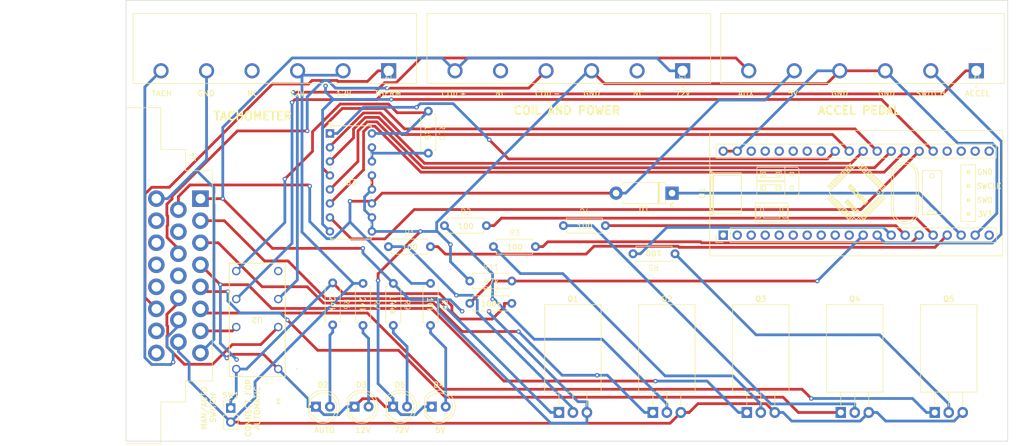
<source format=kicad_pcb>
(kicad_pcb (version 20221018) (generator pcbnew)
  (layers (0 "F.Cu" signal) (31 "B.Cu" signal) (34 "B.Paste" user) (35 "F.Paste" user) (36 "B.SilkS" user "B.Silkscreen") (37 "F.SilkS" user "F.Silkscreen") (38 "B.Mask" user) (39 "F.Mask" user) (44 "Edge.Cuts" user))
  (net 0 "")
  (net 1 "Net-(D1-K)")
  (net 2 "+5V")
  (net 3 "ACCEL_MAN")
  (net 4 "START_SWITCH_NEG_MAN")
  (net 5 "GND")
  (net 6 "ACCEL_AUX_MAN")
  (net 7 "+BATT")
  (net 9 "COIL_CONTROL_GND")
  (net 11 "THERMOSTAT")
  (net 12 "+12V")
  (net 14 "TACH_PULSE")
  (net 15 "KEYSWITCH")
  (net 16 "START_SWITCH")
  (net 17 "FORWARD_SWITCH")
  (net 18 "REVERSE_SWITCH")
  (net 19 "TURF_SWITCH")
  (net 20 "ACCEL_POT")
  (net 21 "REVERSE_ALARM")
  (net 23 "ACCEL_POT_AUX")
  (net 28 "RX")
  (net 29 "TX")
  (net 30 "Net-(Q1-G)")
  (net 31 "Net-(Q2-G)")
  (net 32 "Net-(Q3-G)")
  (net 33 "Net-(Q4-G)")
  (net 34 "Net-(Q5-G)")
  (net 35 "MCU_KEYSWITCH")
  (net 36 "MCU_START")
  (net 37 "MCU_FORWARD")
  (net 38 "MCU_REVERSE")
  (net 39 "MCU_TURF")
  (net 50 "MAN_AUTO_STATE")
  (net 56 "/AUTO_MAN_LED_A")
  (net 57 "/12V_LED_A")
  (net 58 "/5V_LED_A")
  (net 59 "/72V_LED_A")
  (net 60 "Net-(U3-VOUTSENSEA)")
  (net 61 "Net-(U1-PA0)")
  (net 62 "Net-(U1-PA1)")
  (net 63 "Net-(U1-PA2)")
  (net 70 "Net-(U1-PA3)")
  (net 71 "ACCEL_AUTO")
  (net 72 "Net-(SW1-A)")
  (net 73 "Net-(U1-PA4)")
  (net 74 "Net-(U1-PA5)")
  (net 75 "Net-(U1-PA6)")
  (net 76 "Net-(U1-PA7)")
  (footprint "bridge:RELAY8_J104D2C12VDC.20S_CRS" (layer "F.Cu") (at 90.62 107.92 180)
    (fp_text reference "U2")
    (fp_text value "J104D2C12VDC.20S")
  )
  (footprint "bridge:THT_RESISTOR_WITH_VALUE" (layer "F.Cu") (at 105.9 96.25 -90)
    (fp_text reference "R7")
    (fp_text value "24k")
  )
  (footprint "bridge:THT_RESISTOR_WITH_VALUE" (layer "F.Cu") (at 129.25 96.1)
    (fp_text reference "R12")
    (fp_text value "100k")
  )
  (footprint "Package_TO_SOT_THT:TO-220-3_Horizontal_TabDown" (layer "F.Cu") (at 141.55 115.8)
    (fp_text reference "Q1")
    (fp_text value "PMOS")
  )
  (footprint "LED_THT:LED_D5.0mm" (layer "F.Cu") (at 104.475 114.75)
    (fp_text reference "D3")
    (fp_text value "GREEN")
  )
  (footprint "LED_THT:LED_D5.0mm" (layer "F.Cu") (at 97.46 114.75)
    (fp_text reference "D2")
    (fp_text value "GREEN")
  )
  (footprint "bridge:THT_RESISTOR_WITH_VALUE" (layer "F.Cu") (at 124.65 82)
    (fp_text reference "R2")
    (fp_text value "100")
  )
  (footprint "Package_TO_SOT_THT:TO-220-3_Horizontal_TabDown" (layer "F.Cu") (at 209.75 115.8)
    (fp_text reference "Q5")
    (fp_text value "PMOS")
  )
  (footprint "bridge:THT_RESISTOR_WITH_VALUE" (layer "F.Cu") (at 158.75 86.9 180)
    (fp_text reference "R5")
    (fp_text value "100")
  )
  (footprint "Package_TO_SOT_THT:TO-220-3_Horizontal_TabDown" (layer "F.Cu") (at 175.65 115.8)
    (fp_text reference "Q3")
    (fp_text value "PMOS")
  )
  (footprint "Diode_THT:D_DO-15_P10.16mm_Horizontal" (layer "F.Cu") (at 162.08 76 180)
    (fp_text reference "D1")
    (fp_text value "D")
  )
  (footprint "bridge:THT_RESISTOR_WITH_VALUE" (layer "F.Cu") (at 117.75 65 -90)
    (fp_text reference "R10")
    (fp_text value "1k5")
  )
  (footprint "bridge:TE_2-1437667-9" (layer "F.Cu") (at 164.106 53.7975 180)
    (fp_text reference "J2")
    (fp_text value "Screw_Terminal_01x06")
  )
  (footprint "bridge:THT_RESISTOR_WITH_VALUE" (layer "F.Cu") (at 100.4 96.15 -90)
    (fp_text reference "R6")
    (fp_text value "24k")
  )
  (footprint "bridge:AD557JN" (layer "F.Cu") (at 100 65.17)
    (fp_text reference "U3")
    (fp_text value "AD557JN")
  )
  (footprint "Connector_TE-Connectivity:TE_AMPSEAL_1-776087-x_3Rows_23_P0.4mm_Horizontal" (layer "F.Cu") (at 76.5 77 -90)
    (fp_text reference "J4")
    (fp_text value "Conn_01x23")
  )
  (footprint "bridge:THT_RESISTOR_WITH_VALUE" (layer "F.Cu") (at 114.49 85.81)
    (fp_text reference "R1")
    (fp_text value "100")
  )
  (footprint "bridge:THT_RESISTOR_WITH_VALUE" (layer "F.Cu") (at 133.54 85.81)
    (fp_text reference "R3")
    (fp_text value "100")
  )
  (footprint "LED_THT:LED_D5.0mm" (layer "F.Cu") (at 118.475 114.75)
    (fp_text reference "D4")
    (fp_text value "GREEN")
  )
  (footprint "bridge:TE_2-1437667-9" (layer "F.Cu") (at 217.406 53.7975 180)
    (fp_text reference "J1")
    (fp_text value "Screw_Terminal_01x06")
  )
  (footprint "bridge:THT_RESISTOR_WITH_VALUE" (layer "F.Cu") (at 129.25 92.05)
    (fp_text reference "R11")
    (fp_text value "47k")
  )
  (footprint "bridge:THT_RESISTOR_WITH_VALUE" (layer "F.Cu") (at 146.24 82)
    (fp_text reference "R4")
    (fp_text value "100")
  )
  (footprint "Package_TO_SOT_THT:TO-220-3_Horizontal_TabDown" (layer "F.Cu") (at 192.7 115.8)
    (fp_text reference "Q4")
    (fp_text value "PMOS")
  )
  (footprint "bridge:YAAJ_BluePill_1" (layer "F.Cu") (at 171.37 83.62 90)
    (fp_text reference "U1")
    (fp_text value "YAAJ_BluePill" hide)
  )
  (footprint "LED_THT:LED_D5.0mm" (layer "F.Cu") (at 111.46 114.75)
    (fp_text reference "D5")
    (fp_text value "GREEN")
  )
  (footprint "Connector_PinHeader_2.54mm:PinHeader_1x02_P2.54mm_Vertical" (layer "F.Cu") (at 82 115)
    (fp_text reference "SW1")
    (fp_text value "SW_SPST")
  )
  (footprint "bridge:THT_RESISTOR_WITH_VALUE" (layer "F.Cu") (at 118.15 96.25 -90)
    (fp_text reference "R8")
    (fp_text value "10k")
  )
  (footprint "Package_TO_SOT_THT:TO-220-3_Horizontal_TabDown" (layer "F.Cu") (at 158.6 115.8)
    (fp_text reference "Q2")
    (fp_text value "PMOS")
  )
  (footprint "bridge:THT_RESISTOR_WITH_VALUE" (layer "F.Cu") (at 111.4 96.25 -90)
    (fp_text reference "R9")
    (fp_text value "144k")
  )
  (footprint "bridge:TE_2-1437667-9" (layer "F.Cu") (at 110.756 53.7975 180)
    (fp_text reference "J3")
    (fp_text value "Screw_Terminal_01x06")
  )
  (gr_rect (start 63 41) (end 223 121) (stroke (width 0.1)) (fill none) (layer "Edge.Cuts"))
  (gr_text "TACH" (at 69.5 58.5) (layer "F.SilkS") (effects (font (size 1 1)) (justify bottom)))
  (gr_text "COIL+" (at 122.5 58.5) (layer "F.SilkS") (effects (font (size 1 1)) (justify bottom)))
  (gr_text "12V" (at 94 58.5) (layer "F.SilkS") (effects (font (size 1 1)) (justify bottom)))
  (gr_text "12V" (at 106 119) (layer "F.SilkS") (effects (font (size 1 1))))
  (gr_text "MAN/AUTO\nSWITCH" (at 78 115 90) (layer "F.SilkS") (effects (font (size 1 1))))
  (gr_text "5V" (at 184 58.5) (layer "F.SilkS") (effects (font (size 1 1)) (justify bottom)))
  (gr_text "TACHOMETER" (at 86 62) (layer "F.SilkS") (effects (font (size 1.5 1.5) (thickness 0.3) bold)))
  (gr_text "12V" (at 102.5 58.5) (layer "F.SilkS") (effects (font (size 1 1)) (justify bottom)))
  (gr_text "COIL-" (at 139.5 58.5) (layer "F.SilkS") (effects (font (size 1 1)) (justify bottom)))
  (gr_text "GND" (at 147.5 58.5) (layer "F.SilkS") (effects (font (size 1 1)) (justify bottom)))
  (gr_text "GND" (at 77.5 58.5) (layer "F.SilkS") (effects (font (size 1 1)) (justify bottom)))
  (gr_text "COIL AND POWER" (at 143 61) (layer "F.SilkS") (effects (font (size 1.5 1.5) (thickness 0.3) bold)))
  (gr_text "72V" (at 113 119) (layer "F.SilkS") (effects (font (size 1 1))))
  (gr_text "5V" (at 120 119) (layer "F.SilkS") (effects (font (size 1 1))))
  (gr_text "72V" (at 164 58.5) (layer "F.SilkS") (effects (font (size 1 1)) (justify bottom)))
  (gr_text "ACCEL" (at 217.5 58.5) (layer "F.SilkS") (effects (font (size 1 1)) (justify bottom)))
  (gr_text "THERM" (at 110.5 58.5) (layer "F.SilkS") (effects (font (size 1 1)) (justify bottom)))
  (gr_text "NC" (at 156 58.5) (layer "F.SilkS") (effects (font (size 1 1)) (justify bottom)))
  (gr_text "NC" (at 86 58.5) (layer "F.SilkS") (effects (font (size 1 1)) (justify bottom)))
  (gr_text "NC" (at 131 58.5) (layer "F.SilkS") (effects (font (size 1 1)) (justify bottom)))
  (gr_text "CONNECT FOR\nAUTOMATIC" (at 86 115 90) (layer "F.SilkS") (effects (font (size 1 1))))
  (gr_text "SWITCH" (at 209 58.5) (layer "F.SilkS") (effects (font (size 1 1)) (justify bottom)))
  (gr_text "GND" (at 192.5 58.5) (layer "F.SilkS") (effects (font (size 1 1)) (justify bottom)))
  (gr_text "AUTO" (at 99 119) (layer "F.SilkS") (effects (font (size 1 1))))
  (gr_text "GND" (at 201 58.5) (layer "F.SilkS") (effects (font (size 1 1)) (justify bottom)))
  (gr_text "ACCEL PEDAL" (at 196 61) (layer "F.SilkS") (effects (font (size 1.5 1.5) (thickness 0.3) bold)))
  (gr_text "AUX" (at 175.5 58.5) (layer "F.SilkS") (effects (font (size 1 1)) (justify bottom)))
  (segment (start 206.93 76) (end 162.08 76) (width 0.5) (layer "B.Cu") (net 1))
  (segment (start 214.55 83.62) (end 206.93 76) (width 0.5) (layer "B.Cu") (net 1))
  (segment (start 103.638 77.4679) (end 107.2179 77.4679) (width 0.5) (layer "F.Cu") (net 2))
  (segment (start 72.5 76.6156) (end 74.5991 74.5165) (width 0.5) (layer "F.Cu") (net 2))
  (segment (start 151.92 76) (end 109.49 76) (width 0.5) (layer "F.Cu") (net 2))
  (segment (start 109.49 76) (end 107.62 77.87) (width 0.5) (layer "F.Cu") (net 2))
  (segment (start 107.2179 77.4679) (end 107.62 77.87) (width 0.5) (layer "F.Cu") (net 2))
  (segment (start 72.5 79) (end 72.5 76.6156) (width 0.5) (layer "F.Cu") (net 2))
  (segment (start 74.5991 74.5165) (end 96.1253 74.5165) (width 0.5) (layer "F.Cu") (net 2))
  (segment (start 96.1253 74.5165) (end 96.3351 74.7263) (width 0.5) (layer "F.Cu") (net 2))
  (via (at 103.638 77.4679) (size 0.8) (drill 0.4) (layers "F.Cu" "B.Cu") (net 2))
  (via (at 96.3351 74.7263) (size 0.8) (drill 0.4) (layers "F.Cu" "B.Cu") (net 2))
  (segment (start 103.638 81.2309) (end 114.7871 92.38) (width 0.5) (layer "B.Cu") (net 2))
  (segment (start 96.3351 81.1483) (end 96.3351 74.7263) (width 0.5) (layer "B.Cu") (net 2))
  (segment (start 103.638 81.2309) (end 100.6033 84.2656) (width 0.5) (layer "B.Cu") (net 2))
  (segment (start 100.6033 84.2656) (end 99.4524 84.2656) (width 0.5) (layer "B.Cu") (net 2))
  (segment (start 99.4524 84.2656) (end 96.3351 81.1483) (width 0.5) (layer "B.Cu") (net 2))
  (segment (start 114.7871 92.38) (end 118.25 92.38) (width 0.5) (layer "B.Cu") (net 2))
  (segment (start 151.92 76) (end 153.6719 76) (width 0.5) (layer "B.Cu") (net 2))
  (segment (start 184.26 53.7975) (end 178.9518 59.1057) (width 0.5) (layer "B.Cu") (net 2))
  (segment (start 170.5662 59.1057) (end 153.6719 76) (width 0.5) (layer "B.Cu") (net 2))
  (segment (start 178.9518 59.1057) (end 170.5662 59.1057) (width 0.5) (layer "B.Cu") (net 2))
  (segment (start 103.638 77.4679) (end 103.638 81.2309) (width 0.5) (layer "B.Cu") (net 2))
  (segment (start 211.1846 57.9885) (end 215.3756 53.7975) (width 0.5) (layer "F.Cu") (net 3))
  (segment (start 109.5119 57.9885) (end 211.1846 57.9885) (width 0.5) (layer "F.Cu") (net 3))
  (segment (start 93.1189 59.5357) (end 93.6231 59.0315) (width 0.5) (layer "F.Cu") (net 3))
  (segment (start 93.6231 59.0315) (end 108.4689 59.0315) (width 0.5) (layer "F.Cu") (net 3))
  (segment (start 217.3 53.7975) (end 215.3756 53.7975) (width 0.5) (layer "F.Cu") (net 3))
  (segment (start 108.4689 59.0315) (end 109.5119 57.9885) (width 0.5) (layer "F.Cu") (net 3))
  (via (at 93.1189 59.5357) (size 0.8) (drill 0.4) (layers "F.Cu" "B.Cu") (net 3))
  (segment (start 93.1189 85.1011) (end 83 95.22) (width 0.5) (layer "B.Cu") (net 3))
  (segment (start 93.1189 59.5357) (end 93.1189 85.1011) (width 0.5) (layer "B.Cu") (net 3))
  (segment (start 199.31 83.62) (end 200.7383 85.0483) (width 0.5) (layer "B.Cu") (net 4))
  (segment (start 221.8348 83.4183) (end 221.8348 66.5923) (width 0.5) (layer "B.Cu") (net 4))
  (segment (start 220.2048 85.0483) (end 221.8348 83.4183) (width 0.5) (layer "B.Cu") (net 4))
  (segment (start 221.8348 66.5923) (end 209.04 53.7975) (width 0.5) (layer "B.Cu") (net 4))
  (segment (start 200.7383 85.0483) (end 220.2048 85.0483) (width 0.5) (layer "B.Cu") (net 4))
  (segment (start 190.1869 56.1306) (end 149.8131 56.1306) (width 0.5) (layer "F.Cu") (net 5))
  (segment (start 81.974 105.247) (end 81.2921 105.9289) (width 0.5) (layer "F.Cu") (net 5))
  (segment (start 87.947 105.247) (end 81.974 105.247) (width 0.5) (layer "F.Cu") (net 5))
  (segment (start 192.52 53.7975) (end 190.1869 56.1306) (width 0.5) (layer "F.Cu") (net 5))
  (segment (start 107.62 75.33) (end 107.62 72.79) (width 0.5) (layer "F.Cu") (net 5))
  (segment (start 116.42 82.95) (end 108.733 90.637) (width 0.5) (layer "F.Cu") (net 5))
  (segment (start 108.5562 113.2981) (end 110.0081 114.75) (width 0.5) (layer "F.Cu") (net 5))
  (segment (start 200.78 53.7975) (end 192.52 53.7975) (width 0.5) (layer "F.Cu") (net 5))
  (segment (start 104.475 114.75) (end 105.9269 113.2981) (width 0.5) (layer "F.Cu") (net 5))
  (segment (start 149.8131 56.1306) (end 147.48 53.7975) (width 0.5) (layer "F.Cu") (net 5))
  (segment (start 105.9269 113.2981) (end 108.5562 113.2981) (width 0.5) (layer "F.Cu") (net 5))
  (segment (start 111.46 114.75) (end 110.0081 114.75) (width 0.5) (layer "F.Cu") (net 5))
  (segment (start 90.62 107.92) (end 87.947 105.247) (width 0.5) (layer "F.Cu") (net 5))
  (segment (start 171.37 68.38) (end 173.91 68.38) (width 0.5) (layer "F.Cu") (net 5))
  (segment (start 108.733 90.637) (end 108.733 91.8703) (width 0.5) (layer "F.Cu") (net 5))
  (via (at 116.42 82.95) (size 0.8) (drill 0.4) (layers "F.Cu" "B.Cu") (net 5))
  (via (at 108.733 91.8703) (size 0.8) (drill 0.4) (layers "F.Cu" "B.Cu") (net 5))
  (via (at 81.2921 105.9289) (size 0.8) (drill 0.4) (layers "F.Cu" "B.Cu") (net 5))
  (via (at 121.873 85.3317) (size 0.8) (drill 0.4) (layers "F.Cu" "B.Cu") (net 5))
  (segment (start 111.46 114.75) (end 111.46 113.2981) (width 0.5) (layer "B.Cu") (net 5))
  (segment (start 121.873 85.3317) (end 119.4913 82.95) (width 0.5) (layer "B.Cu") (net 5))
  (segment (start 116.42 82.95) (end 107.62 82.95) (width 0.5) (layer "B.Cu") (net 5))
  (segment (start 220.1993 66.9595) (end 221.0319 67.7921) (width 0.5) (layer "B.Cu") (net 5))
  (segment (start 90.62 107.92) (end 96.0081 113.3081) (width 0.5) (layer "B.Cu") (net 5))
  (segment (start 221.0319 79.6781) (end 217.09 83.62) (width 0.5) (layer "B.Cu") (net 5))
  (segment (start 107.62 80.41) (end 106.29 79.08) (width 0.5) (layer "B.Cu") (net 5))
  (segment (start 101.5712 116.2019) (end 103.0231 114.75) (width 0.5) (layer "B.Cu") (net 5))
  (segment (start 119.4913 82.95) (end 119.3673 82.95) (width 0.5) (layer "B.Cu") (net 5))
  (segment (start 121.873 88.443) (end 125.38 91.95) (width 0.5) (layer "B.Cu") (net 5))
  (segment (start 213.942 66.9595) (end 220.1993 66.9595) (width 0.5) (layer "B.Cu") (net 5))
  (segment (start 96.0081 113.3081) (end 96.0081 114.75) (width 0.5) (layer "B.Cu") (net 5))
  (segment (start 78.9532 102.5468) (end 78.4316 103.0684) (width 0.5) (layer "B.Cu") (net 5))
  (segment (start 115.5712 116.2019) (end 117.0231 114.75) (width 0.5) (layer "B.Cu") (net 5))
  (segment (start 77.61 53.7975) (end 77.61 69.944) (width 0.5) (layer "B.Cu") (net 5))
  (segment (start 98.9119 116.2019) (end 101.5712 116.2019) (width 0.5) (layer "B.Cu") (net 5))
  (segment (start 112.9119 116.2019) (end 115.5712 116.2019) (width 0.5) (layer "B.Cu") (net 5))
  (segment (start 119.3673 81.3325) (end 146.9023 53.7975) (width 0.5) (layer "B.Cu") (net 5))
  (segment (start 108.733 110.5711) (end 108.733 91.8703) (width 0.5) (layer "B.Cu") (net 5))
  (segment (start 97.46 114.75) (end 98.9119 116.2019) (width 0.5) (layer "B.Cu") (net 5))
  (segment (start 104.475 114.75) (end 103.0231 114.75) (width 0.5) (layer "B.Cu") (net 5))
  (segment (start 77.61 69.944) (end 75.7358 71.8182) (width 0.5) (layer "B.Cu") (net 5))
  (segment (start 70.554 77) (end 68.5 77) (width 0.5) (layer "B.Cu") (net 5))
  (segment (start 78.4316 103.0684) (end 76.5 105) (width 0.5) (layer "B.Cu") (net 5))
  (segment (start 78.4316 103.0684) (end 81.2921 105.9289) (width 0.5) (layer "B.Cu") (net 5))
  (segment (start 106.29 79.08) (end 106.29 76.66) (width 0.5) (layer "B.Cu") (net 5))
  (segment (start 119.3673 82.95) (end 119.3673 81.3325) (width 0.5) (layer "B.Cu") (net 5))
  (segment (start 97.46 114.75) (end 96.0081 114.75) (width 0.5) (layer "B.Cu") (net 5))
  (segment (start 192.52 53.7975) (end 188.4925 53.7975) (width 0.5) (layer "B.Cu") (net 5))
  (segment (start 118.475 114.75) (end 117.0231 114.75) (width 0.5) (layer "B.Cu") (net 5))
  (segment (start 75.7358 71.8182) (end 78.9532 75.0357) (width 0.5) (layer "B.Cu") (net 5))
  (segment (start 188.4925 53.7975) (end 173.91 68.38) (width 0.5) (layer "B.Cu") (net 5))
  (segment (start 107.62 82.95) (end 107.62 80.41) (width 0.5) (layer "B.Cu") (net 5))
  (segment (start 111.46 113.2981) (end 108.733 110.5711) (width 0.5) (layer "B.Cu") (net 5))
  (segment (start 106.29 76.66) (end 107.62 75.33) (width 0.5) (layer "B.Cu") (net 5))
  (segment (start 146.9023 53.7975) (end 147.48 53.7975) (width 0.5) (layer "B.Cu") (net 5))
  (segment (start 78.9532 75.0357) (end 78.9532 102.5468) (width 0.5) (layer "B.Cu") (net 5))
  (segment (start 121.873 85.3317) (end 121.873 88.443) (width 0.5) (layer "B.Cu") (net 5))
  (segment (start 200.78 53.7975) (end 213.942 66.9595) (width 0.5) (layer "B.Cu") (net 5))
  (segment (start 119.3673 82.95) (end 116.42 82.95) (width 0.5) (layer "B.Cu") (net 5))
  (segment (start 111.46 114.75) (end 112.9119 116.2019) (width 0.5) (layer "B.Cu") (net 5))
  (segment (start 221.0319 67.7921) (end 221.0319 79.6781) (width 0.5) (layer "B.Cu") (net 5))
  (segment (start 75.7358 71.8182) (end 70.554 77) (width 0.5) (layer "B.Cu") (net 5))
  (segment (start 176 53.7975) (end 173.6756 51.4731) (width 0.5) (layer "F.Cu") (net 6))
  (segment (start 108.1948 57.6826) (end 93.312 57.6826) (width 0.5) (layer "F.Cu") (net 6))
  (segment (start 109.9281 55.9493) (end 108.1948 57.6826) (width 0.5) (layer "F.Cu") (net 6))
  (segment (start 173.6756 51.4731) (end 116.5077 51.4731) (width 0.5) (layer "F.Cu") (net 6))
  (segment (start 112.0315 55.9493) (end 109.9281 55.9493) (width 0.5) (layer "F.Cu") (net 6))
  (segment (start 116.5077 51.4731) (end 112.0315 55.9493) (width 0.5) (layer "F.Cu") (net 6))
  (via (at 93.312 57.6826) (size 0.8) (drill 0.4) (layers "F.Cu" "B.Cu") (net 6))
  (segment (start 94.0815 58.4521) (end 94.0815 91.7585) (width 0.5) (layer "B.Cu") (net 6))
  (segment (start 94.0815 91.7585) (end 90.62 95.22) (width 0.5) (layer "B.Cu") (net 6))
  (segment (start 93.312 57.6826) (end 94.0815 58.4521) (width 0.5) (layer "B.Cu") (net 6))
  (segment (start 105.972 86.0165) (end 89.5696 86.0165) (width 0.5) (layer "F.Cu") (net 7))
  (segment (start 89.5696 86.0165) (end 80.5531 77) (width 0.5) (layer "F.Cu") (net 7))
  (segment (start 76.5 77) (end 78.9519 77) (width 0.5) (layer "F.Cu") (net 7))
  (segment (start 78.9519 77) (end 80.5531 77) (width 0.5) (layer "F.Cu") (net 7))
  (via (at 105.972 86.0165) (size 0.8) (drill 0.4) (layers "F.Cu" "B.Cu") (net 7))
  (via (at 123.985 97.4267) (size 0.8) (drill 0.4) (layers "F.Cu" "B.Cu") (net 7))
  (via (at 80.5531 77) (size 0.8) (drill 0.4) (layers "F.Cu" "B.Cu") (net 7))
  (via (at 128.866 97.4689) (size 0.8) (drill 0.4) (layers "F.Cu" "B.Cu") (net 7))
  (segment (start 122.7 53.7975) (end 120.3648 51.4623) (width 0.5) (layer "B.Cu") (net 7))
  (segment (start 128.866 97.6955) (end 145.0186 113.8481) (width 0.5) (layer "B.Cu") (net 7))
  (segment (start 123.917 97.4267) (end 123.985 97.4267) (width 0.5) (layer "B.Cu") (net 7))
  (segment (start 105.972 86.0165) (end 105.972 86.852) (width 0.5) (layer "B.Cu") (net 7))
  (segment (start 105.972 86.852) (end 111.5 92.38) (width 0.5) (layer "B.Cu") (net 7))
  (segment (start 120.3648 51.4623) (end 93.1689 51.4623) (width 0.5) (layer "B.Cu") (net 7))
  (segment (start 111.5 92.38) (end 114.4628 95.3428) (width 0.5) (layer "B.Cu") (net 7))
  (segment (start 164 53.7975) (end 161.6756 53.7975) (width 0.5) (layer "B.Cu") (net 7))
  (segment (start 159.3512 51.4731) (end 161.6756 53.7975) (width 0.5) (layer "B.Cu") (net 7))
  (segment (start 93.1689 51.4623) (end 80.5531 64.0781) (width 0.5) (layer "B.Cu") (net 7))
  (segment (start 114.4628 95.3428) (end 119.6397 95.3428) (width 0.5) (layer "B.Cu") (net 7))
  (segment (start 80.5531 64.0781) (end 80.5531 77) (width 0.5) (layer "B.Cu") (net 7))
  (segment (start 122.7 53.7975) (end 125.0244 51.4731) (width 0.5) (layer "B.Cu") (net 7))
  (segment (start 119.6397 95.3428) (end 119.6397 97.3124) (width 0.5) (layer "B.Cu") (net 7))
  (segment (start 128.866 97.4689) (end 128.866 97.6955) (width 0.5) (layer "B.Cu") (net 7))
  (segment (start 119.6397 95.3428) (end 121.8331 95.3428) (width 0.5) (layer "B.Cu") (net 7))
  (segment (start 145.0186 113.8481) (end 146.63 113.8481) (width 0.5) (layer "B.Cu") (net 7))
  (segment (start 140.0792 117.7519) (end 146.63 117.7519) (width 0.5) (layer "B.Cu") (net 7))
  (segment (start 119.6397 97.3124) (end 140.0792 117.7519) (width 0.5) (layer "B.Cu") (net 7))
  (segment (start 125.0244 51.4731) (end 159.3512 51.4731) (width 0.5) (layer "B.Cu") (net 7))
  (segment (start 121.8331 95.3428) (end 123.917 97.4267) (width 0.5) (layer "B.Cu") (net 7))
  (segment (start 146.63 115.8) (end 146.63 117.7519) (width 0.5) (layer "B.Cu") (net 7))
  (segment (start 146.63 115.8) (end 146.63 113.8481) (width 0.5) (layer "B.Cu") (net 7))
  (segment (start 83.1995 64.7118) (end 95.8803 64.7118) (width 0.5) (layer "F.Cu") (net 9))
  (segment (start 71.3538 77.0481) (end 71.3538 76.5575) (width 0.5) (layer "F.Cu") (net 9))
  (segment (start 72.5 86.0981) (end 70.4441 84.0422) (width 0.5) (layer "F.Cu") (net 9))
  (segment (start 139.22 53.7975) (end 136.0659 56.9516) (width 0.5) (layer "F.Cu") (net 9))
  (segment (start 136.0659 56.9516) (end 110.3831 56.9516) (width 0.5) (layer "F.Cu") (net 9))
  (segment (start 70.4081 80.0062) (end 70.4081 77.9938) (width 0.5) (layer "F.Cu") (net 9))
  (segment (start 70.4081 77.9938) (end 71.3538 77.0481) (width 0.5) (layer "F.Cu") (net 9))
  (segment (start 71.3538 76.5575) (end 83.1995 64.7118) (width 0.5) (layer "F.Cu") (net 9))
  (segment (start 70.5519 81.85) (end 70.5519 80.15) (width 0.5) (layer "F.Cu") (net 9))
  (segment (start 70.5519 80.15) (end 70.4081 80.0062) (width 0.5) (layer "F.Cu") (net 9))
  (segment (start 70.4441 81.9578) (end 70.5519 81.85) (width 0.5) (layer "F.Cu") (net 9))
  (segment (start 70.4441 84.0422) (end 70.4441 81.9578) (width 0.5) (layer "F.Cu") (net 9))
  (segment (start 72.5 87) (end 72.5 86.0981) (width 0.5) (layer "F.Cu") (net 9))
  (via (at 95.8803 64.7118) (size 0.8) (drill 0.4) (layers "F.Cu" "B.Cu") (net 9))
  (via (at 110.3831 56.9516) (size 0.8) (drill 0.4) (layers "F.Cu" "B.Cu") (net 9))
  (segment (start 98.8478 55.5422) (end 99.6122 55.5422) (width 0.5) (layer "B.Cu") (net 9))
  (segment (start 95.8803 58.5097) (end 98.8478 55.5422) (width 0.5) (layer "B.Cu") (net 9))
  (segment (start 99.6122 55.5422) (end 101.0216 56.9516) (width 0.5) (layer "B.Cu") (net 9))
  (segment (start 95.8803 64.7118) (end 95.8803 58.5097) (width 0.5) (layer "B.Cu") (net 9))
  (segment (start 101.0216 56.9516) (end 110.3831 56.9516) (width 0.5) (layer "B.Cu") (net 9))
  (segment (start 96.1052 56.2004) (end 96.7527 55.5529) (width 0.5) (layer "F.Cu") (net 11))
  (segment (start 96.7527 55.5529) (end 101.2913 55.5529) (width 0.5) (layer "F.Cu") (net 11))
  (segment (start 67.652 74.935) (end 70.8407 74.935) (width 0.5) (layer "F.Cu") (net 11))
  (segment (start 101.2913 55.5529) (end 101.4603 55.7219) (width 0.5) (layer "F.Cu") (net 11))
  (segment (start 89.5753 56.2004) (end 96.1052 56.2004) (width 0.5) (layer "F.Cu") (net 11))
  (segment (start 66.4357 94.9357) (end 66.4357 76.1513) (width 0.5) (layer "F.Cu") (net 11))
  (segment (start 70.8407 74.935) (end 89.5753 56.2004) (width 0.5) (layer "F.Cu") (net 11))
  (segment (start 101.4603 55.7219) (end 106.8012 55.7219) (width 0.5) (layer "F.Cu") (net 11))
  (segment (start 66.4357 76.1513) (end 67.652 74.935) (width 0.5) (layer "F.Cu") (net 11))
  (segment (start 68.5 97) (end 66.4357 94.9357) (width 0.5) (layer "F.Cu") (net 11))
  (segment (start 106.8012 55.7219) (end 108.7256 53.7975) (width 0.5) (layer "F.Cu") (net 11))
  (segment (start 110.65 53.7975) (end 108.7256 53.7975) (width 0.5) (layer "F.Cu") (net 11))
  (segment (start 163.68 115.8) (end 165.1844 115.8) (width 0.5) (layer "F.Cu") (net 12))
  (segment (start 163.68 115.8) (end 161.7196 117.7604) (width 0.5) (layer "F.Cu") (net 12))
  (segment (start 82 117.54) (end 83.4019 117.54) (width 0.5) (layer "F.Cu") (net 12))
  (segment (start 165.1844 115.8) (end 166.7777 114.2067) (width 0.5) (layer "F.Cu") (net 12))
  (segment (start 161.7196 117.7604) (end 83.6223 117.7604) (width 0.5) (layer "F.Cu") (net 12))
  (segment (start 166.7777 114.2067) (end 179.1367 114.2067) (width 0.5) (layer "F.Cu") (net 12))
  (segment (start 83.6223 117.7604) (end 83.4019 117.54) (width 0.5) (layer "F.Cu") (net 12))
  (segment (start 179.1367 114.2067) (end 180.73 115.8) (width 0.5) (layer "F.Cu") (net 12))
  (segment (start 213.2703 117.3597) (end 214.83 115.8) (width 0.5) (layer "B.Cu") (net 12))
  (segment (start 94.9283 54.5958) (end 94.13 53.7975) (width 0.5) (layer "B.Cu") (net 12))
  (segment (start 86.4108 110.2143) (end 104.2451 92.38) (width 0.5) (layer "B.Cu") (net 12))
  (segment (start 86.4108 113.1292) (end 86.4108 110.2143) (width 0.5) (layer "B.Cu") (net 12))
  (segment (start 200.8441 117.3597) (end 213.2703 117.3597) (width 0.5) (layer "B.Cu") (net 12))
  (segment (start 180.73 115.8) (end 182.2344 115.8) (width 0.5) (layer "B.Cu") (net 12))
  (segment (start 74.4496 106.7195) (end 72.5 104.7699) (width 0.5) (layer "B.Cu") (net 12))
  (segment (start 104.2451 92.38) (end 106 92.38) (width 0.5) (layer "B.Cu") (net 12))
  (segment (start 82 117.54) (end 86.4108 113.1292) (width 0.5) (layer "B.Cu") (net 12))
  (segment (start 104.2451 92.38) (end 94.9283 83.0632) (width 0.5) (layer "B.Cu") (net 12))
  (segment (start 196.2123 117.3677) (end 197.78 115.8) (width 0.5) (layer "B.Cu") (net 12))
  (segment (start 183.8021 117.3677) (end 196.2123 117.3677) (width 0.5) (layer "B.Cu") (net 12))
  (segment (start 74.4496 109.9896) (end 74.4496 106.7195) (width 0.5) (layer "B.Cu") (net 12))
  (segment (start 199.2844 115.8) (end 200.8441 117.3597) (width 0.5) (layer "B.Cu") (net 12))
  (segment (start 94.9283 83.0632) (end 94.9283 54.5958) (width 0.5) (layer "B.Cu") (net 12))
  (segment (start 182.2344 115.8) (end 183.8021 117.3677) (width 0.5) (layer "B.Cu") (net 12))
  (segment (start 72.5 104.7699) (end 72.5 103) (width 0.5) (layer "B.Cu") (net 12))
  (segment (start 82 117.54) (end 74.4496 109.9896) (width 0.5) (layer "B.Cu") (net 12))
  (segment (start 197.78 115.8) (end 199.2844 115.8) (width 0.5) (layer "B.Cu") (net 12))
  (segment (start 101.5917 54.5958) (end 102.39 53.7975) (width 0.5) (layer "B.Cu") (net 12))
  (segment (start 94.9283 54.5958) (end 101.5917 54.5958) (width 0.5) (layer "B.Cu") (net 12))
  (via (at 71.5543 106.657) (size 0.8) (drill 0.4) (layers "F.Cu" "B.Cu") (net 14))
  (segment (start 66.407 105.8401) (end 66.407 56.7405) (width 0.5) (layer "B.Cu") (net 14))
  (segment (start 70.4481 103.8499) (end 71.5543 104.9561) (width 0.5) (layer "B.Cu") (net 14))
  (segment (start 72.5 100.0982) (end 70.4481 102.1501) (width 0.5) (layer "B.Cu") (net 14))
  (segment (start 70.4481 102.1501) (end 70.4481 103.8499) (width 0.5) (layer "B.Cu") (net 14))
  (segment (start 67.6633 107.0964) (end 66.407 105.8401) (width 0.5) (layer "B.Cu") (net 14))
  (segment (start 71.1149 107.0964) (end 67.6633 107.0964) (width 0.5) (layer "B.Cu") (net 14))
  (segment (start 71.5543 106.657) (end 71.1149 107.0964) (width 0.5) (layer "B.Cu") (net 14))
  (segment (start 71.5543 104.9561) (end 71.5543 106.657) (width 0.5) (layer "B.Cu") (net 14))
  (segment (start 66.407 56.7405) (end 69.35 53.7975) (width 0.5) (layer "B.Cu") (net 14))
  (segment (start 72.5 99) (end 72.5 100.0982) (width 0.5) (layer "B.Cu") (net 14))
  (segment (start 88.1311 88.3053) (end 80.8258 81) (width 0.5) (layer "F.Cu") (net 15))
  (segment (start 80.8258 81) (end 76.5 81) (width 0.5) (layer "F.Cu") (net 15))
  (segment (start 120.992 96.6947) (end 119.4358 95.1385) (width 0.5) (layer "F.Cu") (net 15))
  (segment (start 119.4358 95.1385) (end 99.2214 95.1385) (width 0.5) (layer "F.Cu") (net 15))
  (segment (start 92.3882 88.3053) (end 88.1311 88.3053) (width 0.5) (layer "F.Cu") (net 15))
  (segment (start 99.2214 95.1385) (end 92.3882 88.3053) (width 0.5) (layer "F.Cu") (net 15))
  (via (at 120.992 96.6947) (size 0.8) (drill 0.4) (layers "F.Cu" "B.Cu") (net 15))
  (segment (start 140.0456 115.7483) (end 140.0456 115.8) (width 0.5) (layer "B.Cu") (net 15))
  (segment (start 120.992 96.6947) (end 140.0456 115.7483) (width 0.5) (layer "B.Cu") (net 15))
  (segment (start 141.55 115.8) (end 140.0456 115.8) (width 0.5) (layer "B.Cu") (net 15))
  (segment (start 118.8249 95.9411) (end 123.9978 101.114) (width 0.5) (layer "F.Cu") (net 16))
  (segment (start 76.5 85) (end 79.7182 85) (width 0.5) (layer "F.Cu") (net 16))
  (segment (start 123.9978 101.114) (end 134.211 101.114) (width 0.5) (layer "F.Cu") (net 16))
  (segment (start 79.7182 85) (end 87.7031 92.9849) (width 0.5) (layer "F.Cu") (net 16))
  (segment (start 87.7031 92.9849) (end 95.864 92.9849) (width 0.5) (layer "F.Cu") (net 16))
  (segment (start 98.8202 95.9411) (end 118.8249 95.9411) (width 0.5) (layer "F.Cu") (net 16))
  (segment (start 95.864 92.9849) (end 98.8202 95.9411) (width 0.5) (layer "F.Cu") (net 16))
  (via (at 148.481 109.045) (size 0.8) (drill 0.4) (layers "F.Cu" "B.Cu") (net 16))
  (via (at 134.211 101.114) (size 0.8) (drill 0.4) (layers "F.Cu" "B.Cu") (net 16))
  (segment (start 158.6 115.8) (end 157.0956 115.8) (width 0.5) (layer "B.Cu") (net 16))
  (segment (start 148.481 109.045) (end 150.3406 109.045) (width 0.5) (layer "B.Cu") (net 16))
  (segment (start 134.211 101.114) (end 142.142 109.045) (width 0.5) (layer "B.Cu") (net 16))
  (segment (start 150.3406 109.045) (end 157.0956 115.8) (width 0.5) (layer "B.Cu") (net 16))
  (segment (start 142.142 109.045) (end 148.481 109.045) (width 0.5) (layer "B.Cu") (net 16))
  (segment (start 80.1192 92.6176) (end 85.1185 92.6176) (width 0.5) (layer "F.Cu") (net 17))
  (segment (start 89.4246 96.9237) (end 118.3916 96.9237) (width 0.5) (layer "F.Cu") (net 17))
  (segment (start 76.5016 89) (end 76.5 89) (width 0.5) (layer "F.Cu") (net 17))
  (segment (start 131.5749 110.107) (end 159.069 110.107) (width 0.5) (layer "F.Cu") (net 17))
  (segment (start 118.3916 96.9237) (end 131.5749 110.107) (width 0.5) (layer "F.Cu") (net 17))
  (segment (start 85.1185 92.6176) (end 89.4246 96.9237) (width 0.5) (layer "F.Cu") (net 17))
  (segment (start 80.1192 92.6176) (end 76.5016 89) (width 0.5) (layer "F.Cu") (net 17))
  (via (at 83.0591 106.204) (size 0.8) (drill 0.4) (layers "F.Cu" "B.Cu") (net 17))
  (via (at 159.069 110.107) (size 0.8) (drill 0.4) (layers "F.Cu" "B.Cu") (net 17))
  (via (at 80.1192 92.6176) (size 0.8) (drill 0.4) (layers "F.Cu" "B.Cu") (net 17))
  (segment (start 168.4526 110.107) (end 174.1456 115.8) (width 0.5) (layer "B.Cu") (net 17))
  (segment (start 175.65 115.8) (end 174.1456 115.8) (width 0.5) (layer "B.Cu") (net 17))
  (segment (start 80.1192 103.2641) (end 83.0591 106.204) (width 0.5) (layer "B.Cu") (net 17))
  (segment (start 159.069 110.107) (end 168.4526 110.107) (width 0.5) (layer "B.Cu") (net 17))
  (segment (start 80.1192 92.6176) (end 80.1192 103.2641) (width 0.5) (layer "B.Cu") (net 17))
  (segment (start 112.4331 104.5239) (end 120.9463 113.0371) (width 0.5) (layer "F.Cu") (net 18))
  (segment (start 120.9463 113.0371) (end 182.233 113.0371) (width 0.5) (layer "F.Cu") (net 18))
  (segment (start 77.3638 93.8638) (end 76.5 93) (width 0.5) (layer "F.Cu") (net 18))
  (segment (start 92.2799 99.0208) (end 97.783 104.5239) (width 0.5) (layer "F.Cu") (net 18))
  (segment (start 182.233 113.0371) (end 184.9959 115.8) (width 0.5) (layer "F.Cu") (net 18))
  (segment (start 97.783 104.5239) (end 112.4331 104.5239) (width 0.5) (layer "F.Cu") (net 18))
  (segment (start 81.471 93.8638) (end 77.3638 93.8638) (width 0.5) (layer "F.Cu") (net 18))
  (segment (start 184.9959 115.8) (end 192.7 115.8) (width 0.5) (layer "F.Cu") (net 18))
  (via (at 92.2799 99.0208) (size 0.8) (drill 0.4) (layers "F.Cu" "B.Cu") (net 18))
  (via (at 81.471 93.8638) (size 0.8) (drill 0.4) (layers "F.Cu" "B.Cu") (net 18))
  (segment (start 92.2799 99.0208) (end 91.0191 97.76) (width 0.5) (layer "B.Cu") (net 18))
  (segment (start 81.471 95.5686) (end 81.471 93.8638) (width 0.5) (layer "B.Cu") (net 18))
  (segment (start 91.0191 97.76) (end 83.6624 97.76) (width 0.5) (layer "B.Cu") (net 18))
  (segment (start 83.6624 97.76) (end 81.471 95.5686) (width 0.5) (layer "B.Cu") (net 18))
  (segment (start 120.6338 111.5904) (end 185.6784 111.5904) (width 0.5) (layer "F.Cu") (net 19))
  (segment (start 106.8034 97.76) (end 120.6338 111.5904) (width 0.5) (layer "F.Cu") (net 19))
  (segment (start 76.5 97) (end 77.26 97.76) (width 0.5) (layer "F.Cu") (net 19))
  (segment (start 77.26 97.76) (end 106.8034 97.76) (width 0.5) (layer "F.Cu") (net 19))
  (segment (start 185.6784 111.5904) (end 187.35 113.262) (width 0.5) (layer "F.Cu") (net 19))
  (via (at 187.35 113.262) (size 0.8) (drill 0.4) (layers "F.Cu" "B.Cu") (net 19))
  (segment (start 205.7076 113.262) (end 208.2456 115.8) (width 0.5) (layer "B.Cu") (net 19))
  (segment (start 209.75 115.8) (end 208.2456 115.8) (width 0.5) (layer "B.Cu") (net 19))
  (segment (start 187.35 113.262) (end 205.7076 113.262) (width 0.5) (layer "B.Cu") (net 19))
  (segment (start 82.3 101) (end 83 100.3) (width 0.5) (layer "F.Cu") (net 20))
  (segment (start 76.5 101) (end 82.3 101) (width 0.5) (layer "F.Cu") (net 20))
  (segment (start 70.4081 101.9938) (end 70.4081 103.885) (width 0.5) (layer "F.Cu") (net 23))
  (segment (start 78.7092 107.0545) (end 82.2852 103.4785) (width 0.5) (layer "F.Cu") (net 23))
  (segment (start 70.5519 100.15) (end 70.5519 101.85) (width 0.5) (layer "F.Cu") (net 23))
  (segment (start 87.4416 103.4784) (end 90.62 100.3) (width 0.5) (layer "F.Cu") (net 23))
  (segment (start 73.5776 107.0545) (end 78.7092 107.0545) (width 0.5) (layer "F.Cu") (net 23))
  (segment (start 72.5 95.9019) (end 70.4081 97.9938) (width 0.5) (layer "F.Cu") (net 23))
  (segment (start 70.5519 101.85) (end 70.4081 101.9938) (width 0.5) (layer "F.Cu") (net 23))
  (segment (start 82.2852 103.4785) (end 87.4416 103.4785) (width 0.5) (layer "F.Cu") (net 23))
  (segment (start 70.4081 100.0062) (end 70.5519 100.15) (width 0.5) (layer "F.Cu") (net 23))
  (segment (start 87.4416 103.4785) (end 87.4416 103.4784) (width 0.5) (layer "F.Cu") (net 23))
  (segment (start 72.5 95) (end 72.5 95.9019) (width 0.5) (layer "F.Cu") (net 23))
  (segment (start 70.4081 103.885) (end 73.5776 107.0545) (width 0.5) (layer "F.Cu") (net 23))
  (segment (start 70.4081 97.9938) (end 70.4081 100.0062) (width 0.5) (layer "F.Cu") (net 23))
  (via (at 122.934 94.532) (size 0.8) (drill 0.4) (layers "F.Cu" "B.Cu") (net 30))
  (segment (start 114.112 85.71) (end 122.934 94.532) (width 0.5) (layer "B.Cu") (net 30))
  (segment (start 144.09 115.0544) (end 126.7337 97.6981) (width 0.5) (layer "B.Cu") (net 30))
  (segment (start 126.7337 97.6981) (end 126.7337 95.4299) (width 0.5) (layer "B.Cu") (net 30))
  (segment (start 144.09 115.8) (end 144.09 115.0544) (width 0.5) (layer "B.Cu") (net 30))
  (segment (start 110.62 85.71) (end 114.112 85.71) (width 0.5) (layer "B.Cu") (net 30))
  (segment (start 126.7337 95.4299) (end 125.8358 94.532) (width 0.5) (layer "B.Cu") (net 30))
  (segment (start 125.8358 94.532) (end 122.934 94.532) (width 0.5) (layer "B.Cu") (net 30))
  (via (at 129.512 95.2517) (size 0.8) (drill 0.4) (layers "F.Cu" "B.Cu") (net 31))
  (segment (start 129.8035 95.2517) (end 129.512 95.2517) (width 0.5) (layer "B.Cu") (net 31))
  (segment (start 149.4063 102.5144) (end 137.0662 102.5144) (width 0.5) (layer "B.Cu") (net 31))
  (segment (start 129.512 90.632) (end 129.512 95.2517) (width 0.5) (layer "B.Cu") (net 31))
  (segment (start 161.14 114.2481) (end 149.4063 102.5144) (width 0.5) (layer "B.Cu") (net 31))
  (segment (start 161.14 115.8) (end 161.14 114.2481) (width 0.5) (layer "B.Cu") (net 31))
  (segment (start 137.0662 102.5144) (end 129.8035 95.2517) (width 0.5) (layer "B.Cu") (net 31))
  (segment (start 120.78 81.9) (end 129.512 90.632) (width 0.5) (layer "B.Cu") (net 31))
  (segment (start 173.0985 109.1566) (end 160.8212 109.1566) (width 0.5) (layer "B.Cu") (net 32))
  (segment (start 160.8212 109.1566) (end 142.2642 90.5996) (width 0.5) (layer "B.Cu") (net 32))
  (segment (start 178.19 114.2481) (end 173.0985 109.1566) (width 0.5) (layer "B.Cu") (net 32))
  (segment (start 134.5596 90.5996) (end 129.67 85.71) (width 0.5) (layer "B.Cu") (net 32))
  (segment (start 178.19 115.8) (end 178.19 114.2481) (width 0.5) (layer "B.Cu") (net 32))
  (segment (start 142.2642 90.5996) (end 134.5596 90.5996) (width 0.5) (layer "B.Cu") (net 32))
  (segment (start 195.24 114.2481) (end 180.0169 114.2481) (width 0.5) (layer "B.Cu") (net 33))
  (segment (start 147.6688 81.9) (end 142.37 81.9) (width 0.5) (layer "B.Cu") (net 33))
  (segment (start 180.0169 114.2481) (end 147.6688 81.9) (width 0.5) (layer "B.Cu") (net 33))
  (segment (start 195.24 115.8) (end 195.24 114.2481) (width 0.5) (layer "B.Cu") (net 33))
  (segment (start 212.29 115.8) (end 212.29 114.2481) (width 0.5) (layer "B.Cu") (net 34))
  (segment (start 212.29 114.2481) (end 199.7508 101.7089) (width 0.5) (layer "B.Cu") (net 34))
  (segment (start 177.3289 101.7089) (end 162.62 87) (width 0.5) (layer "B.Cu") (net 34))
  (segment (start 199.7508 101.7089) (end 177.3289 101.7089) (width 0.5) (layer "B.Cu") (net 34))
  (segment (start 209.7979 85.8321) (end 163.364 85.8321) (width 0.5) (layer "F.Cu") (net 35))
  (segment (start 146.4824 87.0688) (end 120.9507 87.0688) (width 0.5) (layer "F.Cu") (net 35))
  (segment (start 147.9127 85.6385) (end 146.4824 87.0688) (width 0.5) (layer "F.Cu") (net 35))
  (segment (start 118.24 85.71) (end 119.5919 85.71) (width 0.5) (layer "F.Cu") (net 35))
  (segment (start 163.1704 85.6385) (end 147.9127 85.6385) (width 0.5) (layer "F.Cu") (net 35))
  (segment (start 163.364 85.8321) (end 163.1704 85.6385) (width 0.5) (layer "F.Cu") (net 35))
  (segment (start 212.01 83.62) (end 209.7979 85.8321) (width 0.5) (layer "F.Cu") (net 35))
  (segment (start 120.9507 87.0688) (end 119.5919 85.71) (width 0.5) (layer "F.Cu") (net 35))
  (segment (start 209.47 83.62) (end 206.39 80.54) (width 0.5) (layer "F.Cu") (net 36))
  (segment (start 131.1119 80.54) (end 129.7519 81.9) (width 0.5) (layer "F.Cu") (net 36))
  (segment (start 206.39 80.54) (end 131.1119 80.54) (width 0.5) (layer "F.Cu") (net 36))
  (segment (start 128.4 81.9) (end 129.7519 81.9) (width 0.5) (layer "F.Cu") (net 36))
  (segment (start 139.5263 84.8256) (end 138.6419 85.71) (width 0.5) (layer "F.Cu") (net 37))
  (segment (start 167.4528 85.0219) (end 167.2565 84.8256) (width 0.5) (layer "F.Cu") (net 37))
  (segment (start 205.5281 85.0219) (end 167.4528 85.0219) (width 0.5) (layer "F.Cu") (net 37))
  (segment (start 137.29 85.71) (end 138.6419 85.71) (width 0.5) (layer "F.Cu") (net 37))
  (segment (start 167.2565 84.8256) (end 139.5263 84.8256) (width 0.5) (layer "F.Cu") (net 37))
  (segment (start 206.93 83.62) (end 205.5281 85.0219) (width 0.5) (layer "F.Cu") (net 37))
  (segment (start 204.39 83.62) (end 202.67 81.9) (width 0.5) (layer "F.Cu") (net 38))
  (segment (start 202.67 81.9) (end 149.99 81.9) (width 0.5) (layer "F.Cu") (net 38))
  (segment (start 161.1338 82.2181) (end 156.3519 87) (width 0.5) (layer "B.Cu") (net 39))
  (segment (start 155 87) (end 156.3519 87) (width 0.5) (layer "B.Cu") (net 39))
  (segment (start 201.85 83.62) (end 200.4481 82.2181) (width 0.5) (layer "B.Cu") (net 39))
  (segment (start 200.4481 82.2181) (end 161.1338 82.2181) (width 0.5) (layer "B.Cu") (net 39))
  (segment (start 188.44 91.95) (end 133 91.95) (width 0.5) (layer "F.Cu") (net 50))
  (segment (start 131.6481 91.95) (end 129.43 91.95) (width 0.5) (layer "F.Cu") (net 50))
  (segment (start 129.43 91.95) (end 125.38 96) (width 0.5) (layer "F.Cu") (net 50))
  (segment (start 133 91.95) (end 131.6481 91.95) (width 0.5) (layer "F.Cu") (net 50))
  (via (at 188.44 91.95) (size 0.8) (drill 0.4) (layers "F.Cu" "B.Cu") (net 50))
  (segment (start 188.44 91.95) (end 196.77 83.62) (width 0.5) (layer "B.Cu") (net 50))
  (segment (start 100.5 99.9) (end 100.5 101.2519) (width 0.5) (layer "B.Cu") (net 56))
  (segment (start 100 101.7519) (end 100.5 101.2519) (width 0.5) (layer "B.Cu") (net 56))
  (segment (start 100 114.75) (end 100 101.7519) (width 0.5) (layer "B.Cu") (net 56))
  (segment (start 107.015 102.3669) (end 106 101.3519) (width 0.5) (layer "B.Cu") (net 57))
  (segment (start 106 100) (end 106 101.3519) (width 0.5) (layer "B.Cu") (net 57))
  (segment (start 107.015 114.75) (end 107.015 102.3669) (width 0.5) (layer "B.Cu") (net 57))
  (segment (start 121.015 104.1169) (end 118.25 101.3519) (width 0.5) (layer "B.Cu") (net 58))
  (segment (start 118.25 100) (end 118.25 101.3519) (width 0.5) (layer "B.Cu") (net 58))
  (segment (start 121.015 114.75) (end 121.015 104.1169) (width 0.5) (layer "B.Cu") (net 58))
  (segment (start 114 114.75) (end 114 103.8519) (width 0.5) (layer "B.Cu") (net 59))
  (segment (start 111.5 100) (end 111.5 101.3519) (width 0.5) (layer "B.Cu") (net 59))
  (segment (start 114 103.8519) (end 111.5 101.3519) (width 0.5) (layer "B.Cu") (net 59))
  (segment (start 117.85 68.75) (end 116.4981 68.75) (width 0.5) (layer "B.Cu") (net 60))
  (segment (start 107.62 68.75) (end 116.4981 68.75) (width 0.5) (layer "B.Cu") (net 60))
  (segment (start 107.62 67.71) (end 107.62 68.75) (width 0.5) (layer "B.Cu") (net 60))
  (segment (start 107.62 68.75) (end 107.62 70.25) (width 0.5) (layer "B.Cu") (net 60))
  (segment (start 111.1394 58.9967) (end 200.0867 58.9967) (width 0.5) (layer "F.Cu") (net 61))
  (segment (start 200.0867 58.9967) (end 209.47 68.38) (width 0.5) (layer "F.Cu") (net 61))
  (via (at 99.2058 56.5307) (size 0.8) (drill 0.4) (layers "F.Cu" "B.Cu") (net 61))
  (via (at 111.1394 58.9967) (size 0.8) (drill 0.4) (layers "F.Cu" "B.Cu") (net 61))
  (segment (start 99.2058 57.6123) (end 100.5913 58.9978) (width 0.5) (layer "B.Cu") (net 61))
  (segment (start 100.5913 58.9978) (end 111.1383 58.9978) (width 0.5) (layer "B.Cu") (net 61))
  (segment (start 100.5913 58.9978) (end 98.6649 60.9242) (width 0.5) (layer "B.Cu") (net 61))
  (segment (start 98.6649 81.6149) (end 100 82.95) (width 0.5) (layer "B.Cu") (net 61))
  (segment (start 98.6649 60.9242) (end 98.6649 81.6149) (width 0.5) (layer "B.Cu") (net 61))
  (segment (start 111.1383 58.9978) (end 111.1394 58.9967) (width 0.5) (layer "B.Cu") (net 61))
  (segment (start 99.2058 56.5307) (end 99.2058 57.6123) (width 0.5) (layer "B.Cu") (net 61))
  (segment (start 103.8879 84.2979) (end 109.9778 84.2979) (width 0.5) (layer "F.Cu") (net 62))
  (segment (start 100 80.41) (end 103.8879 84.2979) (width 0.5) (layer "F.Cu") (net 62))
  (segment (start 109.9778 84.2979) (end 115.2988 78.9769) (width 0.5) (layer "F.Cu") (net 62))
  (segment (start 115.2988 78.9769) (end 196.3331 78.9769) (width 0.5) (layer "F.Cu") (net 62))
  (segment (start 196.3331 78.9769) (end 206.93 68.38) (width 0.5) (layer "F.Cu") (net 62))
  (segment (start 106.1043 71.7657) (end 100 77.87) (width 0.5) (layer "F.Cu") (net 63))
  (segment (start 106.1043 64.8276) (end 106.1043 71.7657) (width 0.5) (layer "F.Cu") (net 63))
  (segment (start 204.39 68.38) (end 200.5751 72.1949) (width 0.5) (layer "F.Cu") (net 63))
  (segment (start 107.0765 63.8554) (end 106.1043 64.8276) (width 0.5) (layer "F.Cu") (net 63))
  (segment (start 116.5031 72.1949) (end 108.1636 63.8554) (width 0.5) (layer "F.Cu") (net 63))
  (segment (start 200.5751 72.1949) (end 116.5031 72.1949) (width 0.5) (layer "F.Cu") (net 63))
  (segment (start 108.1636 63.8554) (end 107.0765 63.8554) (width 0.5) (layer "F.Cu") (net 63))
  (segment (start 105.0815 70.2485) (end 100 75.33) (width 0.5) (layer "F.Cu") (net 70))
  (segment (start 105.0815 64.7162) (end 105.0815 70.2485) (width 0.5) (layer "F.Cu") (net 70))
  (segment (start 106.7442 63.0535) (end 105.0815 64.7162) (width 0.5) (layer "F.Cu") (net 70))
  (segment (start 116.8352 71.3929) (end 108.4958 63.0535) (width 0.5) (layer "F.Cu") (net 70))
  (segment (start 108.4958 63.0535) (end 106.7442 63.0535) (width 0.5) (layer "F.Cu") (net 70))
  (segment (start 201.85 68.38) (end 198.8371 71.3929) (width 0.5) (layer "F.Cu") (net 70))
  (segment (start 198.8371 71.3929) (end 116.8352 71.3929) (width 0.5) (layer "F.Cu") (net 70))
  (segment (start 112.2088 61.4123) (end 117.5677 61.4123) (width 0.5) (layer "F.Cu") (net 71))
  (segment (start 117.5677 61.4123) (end 117.85 61.13) (width 0.5) (layer "F.Cu") (net 71))
  (segment (start 101.86 59.8334) (end 110.6299 59.8334) (width 0.5) (layer "F.Cu") (net 71))
  (segment (start 96.8387 68.4077) (end 96.8387 64.8547) (width 0.5) (layer "F.Cu") (net 71))
  (segment (start 96.8387 64.8547) (end 101.86 59.8334) (width 0.5) (layer "F.Cu") (net 71))
  (segment (start 91.8162 73.4302) (end 96.8387 68.4077) (width 0.5) (layer "F.Cu") (net 71))
  (segment (start 110.6299 59.8334) (end 112.2088 61.4123) (width 0.5) (layer "F.Cu") (net 71))
  (via (at 91.8162 73.4302) (size 0.8) (drill 0.4) (layers "F.Cu" "B.Cu") (net 71))
  (segment (start 107.62 65.17) (end 113.81 65.17) (width 0.5) (layer "B.Cu") (net 71))
  (segment (start 91.8162 73.4302) (end 91.8162 81.3238) (width 0.5) (layer "B.Cu") (net 71))
  (segment (start 91.8162 81.3238) (end 83 90.14) (width 0.5) (layer "B.Cu") (net 71))
  (segment (start 113.81 65.17) (end 117.85 61.13) (width 0.5) (layer "B.Cu") (net 71))
  (segment (start 102.453 94.233) (end 119.8933 94.233) (width 0.5) (layer "F.Cu") (net 72))
  (segment (start 100.5 92.28) (end 102.453 94.233) (width 0.5) (layer "F.Cu") (net 72))
  (segment (start 133 96) (end 131.6481 96) (width 0.5) (layer "F.Cu") (net 72))
  (segment (start 122.1274 96.4671) (end 122.1274 97.5462) (width 0.5) (layer "F.Cu") (net 72))
  (segment (start 122.1274 97.5462) (end 123.4229 98.8417) (width 0.5) (layer "F.Cu") (net 72))
  (segment (start 123.4229 98.8417) (end 129.4656 98.8417) (width 0.5) (layer "F.Cu") (net 72))
  (segment (start 119.8933 94.233) (end 122.1274 96.4671) (width 0.5) (layer "F.Cu") (net 72))
  (segment (start 129.4656 98.8417) (end 131.6481 96.6592) (width 0.5) (layer "F.Cu") (net 72))
  (segment (start 131.6481 96.6592) (end 131.6481 96) (width 0.5) (layer "F.Cu") (net 72))
  (segment (start 83 112.5981) (end 83 107.92) (width 0.5) (layer "B.Cu") (net 72))
  (segment (start 83 107.92) (end 84.86 107.92) (width 0.5) (layer "B.Cu") (net 72))
  (segment (start 82 113.5981) (end 83 112.5981) (width 0.5) (layer "B.Cu") (net 72))
  (segment (start 84.86 107.92) (end 100.5 92.28) (width 0.5) (layer "B.Cu") (net 72))
  (segment (start 82 115) (end 82 113.5981) (width 0.5) (layer "B.Cu") (net 72))
  (segment (start 195.2718 64.3418) (end 199.31 68.38) (width 0.5) (layer "F.Cu") (net 73))
  (segment (start 102.2301 60.6353) (end 109.8335 60.6353) (width 0.5) (layer "F.Cu") (net 73))
  (segment (start 98.6718 64.1936) (end 102.2301 60.6353) (width 0.5) (layer "F.Cu") (net 73))
  (segment (start 113.54 64.3418) (end 195.2718 64.3418) (width 0.5) (layer "F.Cu") (net 73))
  (segment (start 109.8335 60.6353) (end 113.54 64.3418) (width 0.5) (layer "F.Cu") (net 73))
  (segment (start 98.6718 71.4618) (end 98.6718 64.1936) (width 0.5) (layer "F.Cu") (net 73))
  (segment (start 100 72.79) (end 98.6718 71.4618) (width 0.5) (layer "F.Cu") (net 73))
  (segment (start 194.559 70.591) (end 117.1676 70.591) (width 0.5) (layer "F.Cu") (net 74))
  (segment (start 106.4119 62.2516) (end 104.2796 64.3839) (width 0.5) (layer "F.Cu") (net 74))
  (segment (start 104.2796 64.3839) (end 104.2796 65.9704) (width 0.5) (layer "F.Cu") (net 74))
  (segment (start 108.8282 62.2516) (end 106.4119 62.2516) (width 0.5) (layer "F.Cu") (net 74))
  (segment (start 104.2796 65.9704) (end 100 70.25) (width 0.5) (layer "F.Cu") (net 74))
  (segment (start 196.77 68.38) (end 194.559 70.591) (width 0.5) (layer "F.Cu") (net 74))
  (segment (start 117.1676 70.591) (end 108.8282 62.2516) (width 0.5) (layer "F.Cu") (net 74))
  (segment (start 109.1604 61.4497) (end 113.072 65.3613) (width 0.5) (layer "F.Cu") (net 75))
  (segment (start 113.072 65.3613) (end 191.2113 65.3613) (width 0.5) (layer "F.Cu") (net 75))
  (segment (start 100 67.5293) (end 106.0796 61.4497) (width 0.5) (layer "F.Cu") (net 75))
  (segment (start 100 67.71) (end 100 67.5293) (width 0.5) (layer "F.Cu") (net 75))
  (segment (start 191.2113 65.3613) (end 194.23 68.38) (width 0.5) (layer "F.Cu") (net 75))
  (segment (start 106.0796 61.4497) (end 109.1604 61.4497) (width 0.5) (layer "F.Cu") (net 75))
  (segment (start 191.69 68.38) (end 190.2809 69.7891) (width 0.5) (layer "F.Cu") (net 76))
  (segment (start 190.2809 69.7891) (end 132.3919 69.7891) (width 0.5) (layer "F.Cu") (net 76))
  (segment (start 132.3919 69.7891) (end 128.916 66.3132) (width 0.5) (layer "F.Cu") (net 76))
  (via (at 128.916 66.3132) (size 0.8) (drill 0.4) (layers "F.Cu" "B.Cu") (net 76))
  (via (at 115.72 60.4233) (size 0.8) (drill 0.4) (layers "F.Cu" "B.Cu") (net 76))
  (segment (start 115.72 60.4233) (end 106.0606 60.4233) (width 0.5) (layer "B.Cu") (net 76))
  (segment (start 100 65.17) (end 101.3139 65.17) (width 0.5) (layer "B.Cu") (net 76))
  (segment (start 122.3599 59.7571) (end 128.916 66.3132) (width 0.5) (layer "B.Cu") (net 76))
  (segment (start 116.3862 59.7571) (end 122.3599 59.7571) (width 0.5) (layer "B.Cu") (net 76))
  (segment (start 106.0606 60.4233) (end 101.3139 65.17) (width 0.5) (layer "B.Cu") (net 76))
  (segment (start 115.72 60.4233) (end 116.3862 59.7571) (width 0.5) (layer "B.Cu") (net 76))
)
</source>
